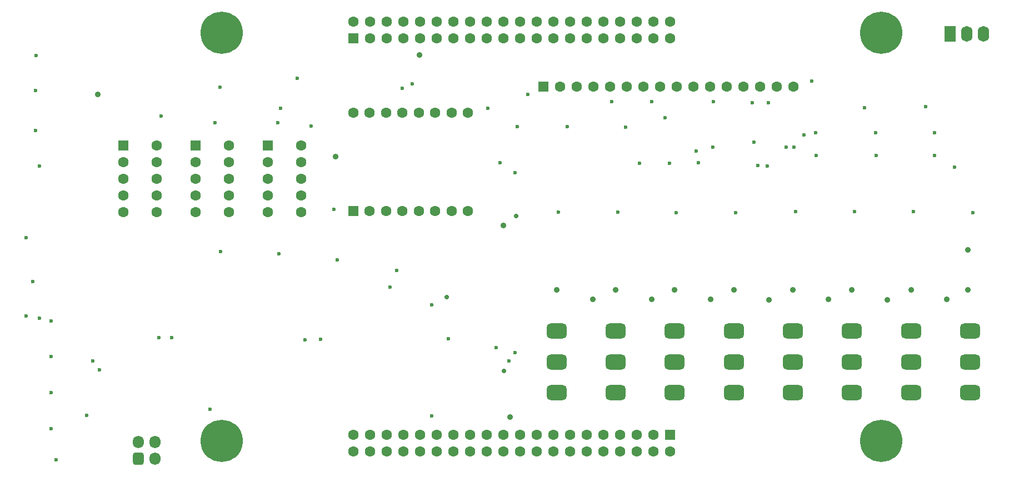
<source format=gbs>
G04*
G04 #@! TF.GenerationSoftware,Altium Limited,Altium Designer,22.8.2 (66)*
G04*
G04 Layer_Color=16711935*
%FSLAX25Y25*%
%MOIN*%
G70*
G04*
G04 #@! TF.SameCoordinates,212F37CB-D32F-4CA9-9F40-9CB884434D69*
G04*
G04*
G04 #@! TF.FilePolarity,Negative*
G04*
G01*
G75*
%ADD11C,0.00394*%
%ADD44R,0.06299X0.06299*%
%ADD45C,0.06299*%
G04:AMPARAMS|DCode=46|XSize=90.55mil|YSize=122.05mil|CornerRadius=23.62mil|HoleSize=0mil|Usage=FLASHONLY|Rotation=90.000|XOffset=0mil|YOffset=0mil|HoleType=Round|Shape=RoundedRectangle|*
%AMROUNDEDRECTD46*
21,1,0.09055,0.07480,0,0,90.0*
21,1,0.04331,0.12205,0,0,90.0*
1,1,0.04724,0.03740,0.02165*
1,1,0.04724,0.03740,-0.02165*
1,1,0.04724,-0.03740,-0.02165*
1,1,0.04724,-0.03740,0.02165*
%
%ADD46ROUNDEDRECTD46*%
%ADD47O,0.06894X0.09394*%
%ADD48R,0.06894X0.09394*%
%ADD49O,0.06693X0.07480*%
G04:AMPARAMS|DCode=50|XSize=66.93mil|YSize=74.8mil|CornerRadius=17.72mil|HoleSize=0mil|Usage=FLASHONLY|Rotation=0.000|XOffset=0mil|YOffset=0mil|HoleType=Round|Shape=RoundedRectangle|*
%AMROUNDEDRECTD50*
21,1,0.06693,0.03937,0,0,0.0*
21,1,0.03150,0.07480,0,0,0.0*
1,1,0.03543,0.01575,-0.01968*
1,1,0.03543,-0.01575,-0.01968*
1,1,0.03543,-0.01575,0.01968*
1,1,0.03543,0.01575,0.01968*
%
%ADD50ROUNDEDRECTD50*%
%ADD51C,0.25394*%
%ADD52C,0.02362*%
%ADD53C,0.02756*%
%ADD54C,0.03543*%
D11*
X600394Y248031D02*
D03*
X305118D02*
D03*
Y125984D02*
D03*
X600394D02*
D03*
D44*
X326772Y248031D02*
D03*
X212795Y276929D02*
D03*
X402795Y38937D02*
D03*
X161417Y212598D02*
D03*
X118110D02*
D03*
X74803D02*
D03*
X212598Y173228D02*
D03*
D45*
X336772Y248031D02*
D03*
X346772D02*
D03*
X356772D02*
D03*
X366772D02*
D03*
X376772D02*
D03*
X386772D02*
D03*
X396772D02*
D03*
X406772D02*
D03*
X416772D02*
D03*
X426772D02*
D03*
X436772D02*
D03*
X446772D02*
D03*
X456772D02*
D03*
X466772D02*
D03*
X476772D02*
D03*
X402795Y286929D02*
D03*
Y276929D02*
D03*
X392795Y286929D02*
D03*
Y276929D02*
D03*
X382795Y286929D02*
D03*
Y276929D02*
D03*
X372795Y286929D02*
D03*
Y276929D02*
D03*
X362795Y286929D02*
D03*
Y276929D02*
D03*
X352795Y286929D02*
D03*
Y276929D02*
D03*
X342795Y286929D02*
D03*
Y276929D02*
D03*
X332795Y286929D02*
D03*
Y276929D02*
D03*
X322795Y286929D02*
D03*
Y276929D02*
D03*
X312795Y286929D02*
D03*
Y276929D02*
D03*
X302795Y286929D02*
D03*
Y276929D02*
D03*
X292795Y286929D02*
D03*
Y276929D02*
D03*
X282795Y286929D02*
D03*
Y276929D02*
D03*
X272795Y286929D02*
D03*
Y276929D02*
D03*
X262795Y286929D02*
D03*
Y276929D02*
D03*
X252795Y286929D02*
D03*
Y276929D02*
D03*
X242795Y286929D02*
D03*
Y276929D02*
D03*
X232795Y286929D02*
D03*
Y276929D02*
D03*
X222795Y286929D02*
D03*
Y276929D02*
D03*
X212795Y286929D02*
D03*
X402795Y28937D02*
D03*
X392795Y38937D02*
D03*
Y28937D02*
D03*
X382795Y38937D02*
D03*
Y28937D02*
D03*
X372795Y38937D02*
D03*
Y28937D02*
D03*
X362795Y38937D02*
D03*
Y28937D02*
D03*
X352795Y38937D02*
D03*
Y28937D02*
D03*
X342795Y38937D02*
D03*
Y28937D02*
D03*
X332795Y38937D02*
D03*
Y28937D02*
D03*
X322795Y38937D02*
D03*
Y28937D02*
D03*
X312795Y38937D02*
D03*
Y28937D02*
D03*
X302795Y38937D02*
D03*
Y28937D02*
D03*
X292795Y38937D02*
D03*
Y28937D02*
D03*
X282795Y38937D02*
D03*
Y28937D02*
D03*
X272795Y38937D02*
D03*
Y28937D02*
D03*
X262795Y38937D02*
D03*
Y28937D02*
D03*
X252795Y38937D02*
D03*
Y28937D02*
D03*
X242795Y38937D02*
D03*
Y28937D02*
D03*
X232795Y38937D02*
D03*
Y28937D02*
D03*
X222795Y38937D02*
D03*
Y28937D02*
D03*
X212795Y38937D02*
D03*
Y28937D02*
D03*
X181417Y212598D02*
D03*
Y202598D02*
D03*
Y192598D02*
D03*
Y182598D02*
D03*
Y172598D02*
D03*
X161417D02*
D03*
Y182598D02*
D03*
Y192598D02*
D03*
Y202598D02*
D03*
X138110Y212598D02*
D03*
Y202598D02*
D03*
Y192598D02*
D03*
Y182598D02*
D03*
Y172598D02*
D03*
X118110D02*
D03*
Y182598D02*
D03*
Y192598D02*
D03*
Y202598D02*
D03*
X74803D02*
D03*
Y192598D02*
D03*
Y182598D02*
D03*
Y172598D02*
D03*
X94803D02*
D03*
Y182598D02*
D03*
Y192598D02*
D03*
Y202598D02*
D03*
Y212598D02*
D03*
X281496Y232283D02*
D03*
X271654D02*
D03*
X261811D02*
D03*
X251969D02*
D03*
X242126D02*
D03*
X232283D02*
D03*
X222441D02*
D03*
X212598D02*
D03*
X281496Y173228D02*
D03*
X271654D02*
D03*
X261811D02*
D03*
X251969D02*
D03*
X242126D02*
D03*
X232283D02*
D03*
X222441D02*
D03*
D46*
X405512Y64173D02*
D03*
Y82677D02*
D03*
Y101181D02*
D03*
X334646D02*
D03*
Y82677D02*
D03*
Y64173D02*
D03*
X370079D02*
D03*
Y82677D02*
D03*
Y101181D02*
D03*
X440945D02*
D03*
Y82677D02*
D03*
Y64173D02*
D03*
X476378Y101181D02*
D03*
Y82677D02*
D03*
Y64173D02*
D03*
X511811Y101181D02*
D03*
Y82677D02*
D03*
Y64173D02*
D03*
X547244Y101181D02*
D03*
Y82677D02*
D03*
Y64173D02*
D03*
X582677D02*
D03*
Y82677D02*
D03*
Y101181D02*
D03*
D47*
X590866Y279528D02*
D03*
X580866D02*
D03*
D48*
X570866D02*
D03*
D49*
X93583Y34528D02*
D03*
Y24528D02*
D03*
X83583Y34528D02*
D03*
D50*
Y24528D02*
D03*
D51*
X529291Y35433D02*
D03*
X133858Y280433D02*
D03*
Y35433D02*
D03*
X529291Y280433D02*
D03*
D52*
X259838Y116883D02*
D03*
X269838Y96583D02*
D03*
X259638Y50183D02*
D03*
X96138Y97483D02*
D03*
X306138Y83383D02*
D03*
X298425Y91339D02*
D03*
X309842Y88189D02*
D03*
X519238Y235483D02*
D03*
X442138Y172483D02*
D03*
X335838Y172783D02*
D03*
X371338Y172583D02*
D03*
X406338Y172483D02*
D03*
X167338Y226283D02*
D03*
X129738Y226483D02*
D03*
X384538Y202083D02*
D03*
X402438Y201983D02*
D03*
X419685Y202209D02*
D03*
X418504Y209327D02*
D03*
X310938Y223983D02*
D03*
X317238Y243183D02*
D03*
X461138Y200283D02*
D03*
X455438Y200783D02*
D03*
X193138Y96283D02*
D03*
X309838Y196383D02*
D03*
X52638Y50683D02*
D03*
X56438Y83183D02*
D03*
X31496Y85827D02*
D03*
X60438Y78083D02*
D03*
X234838Y127767D02*
D03*
X203150Y144095D02*
D03*
X238583Y137795D02*
D03*
X201181Y174409D02*
D03*
X187402Y224410D02*
D03*
X242126Y246850D02*
D03*
X248031Y249606D02*
D03*
X103575Y97276D02*
D03*
X34252Y24016D02*
D03*
X31496Y64173D02*
D03*
Y107480D02*
D03*
Y42520D02*
D03*
X126772Y54331D02*
D03*
X183858Y96063D02*
D03*
X22047Y245669D02*
D03*
X22441Y266535D02*
D03*
X24532Y200394D02*
D03*
X20472Y131102D02*
D03*
X22047Y221654D02*
D03*
X24409Y109055D02*
D03*
X16535Y157480D02*
D03*
Y110236D02*
D03*
X584252Y172441D02*
D03*
X548819Y172835D02*
D03*
X513386D02*
D03*
X477953D02*
D03*
X573228Y199606D02*
D03*
X487795Y251181D02*
D03*
X293307Y235039D02*
D03*
X300787Y202209D02*
D03*
X483071Y218898D02*
D03*
X451968Y238189D02*
D03*
X453150Y214567D02*
D03*
X428346Y211811D02*
D03*
X399764Y229468D02*
D03*
X555905Y235827D02*
D03*
X461811Y238189D02*
D03*
X428740Y238976D02*
D03*
X391732D02*
D03*
X561417Y220472D02*
D03*
X525984D02*
D03*
X490158D02*
D03*
X375984Y223622D02*
D03*
X341170Y223863D02*
D03*
X472441Y211811D02*
D03*
X477165D02*
D03*
X367717Y238976D02*
D03*
X490551Y206693D02*
D03*
X561417D02*
D03*
X526378D02*
D03*
X179134Y253150D02*
D03*
X168110Y147638D02*
D03*
X133071Y148819D02*
D03*
X168898Y235039D02*
D03*
X97244Y230315D02*
D03*
X132677Y247638D02*
D03*
D53*
X303150Y77165D02*
D03*
X268738Y121602D02*
D03*
X310236Y170472D02*
D03*
D54*
X306693Y49606D02*
D03*
X302756Y164567D02*
D03*
X581496Y150000D02*
D03*
Y125984D02*
D03*
X201969Y205906D02*
D03*
X252362Y266929D02*
D03*
X59449Y243307D02*
D03*
X440945Y125984D02*
D03*
X356308Y120481D02*
D03*
X334646Y125984D02*
D03*
X547244D02*
D03*
X568660Y120334D02*
D03*
X497794Y120334D02*
D03*
X511811Y125984D02*
D03*
X533059Y120137D02*
D03*
X391732Y120472D02*
D03*
X405512Y125984D02*
D03*
X426928Y120334D02*
D03*
X476378Y125984D02*
D03*
X462164Y120137D02*
D03*
X370079Y125984D02*
D03*
M02*

</source>
